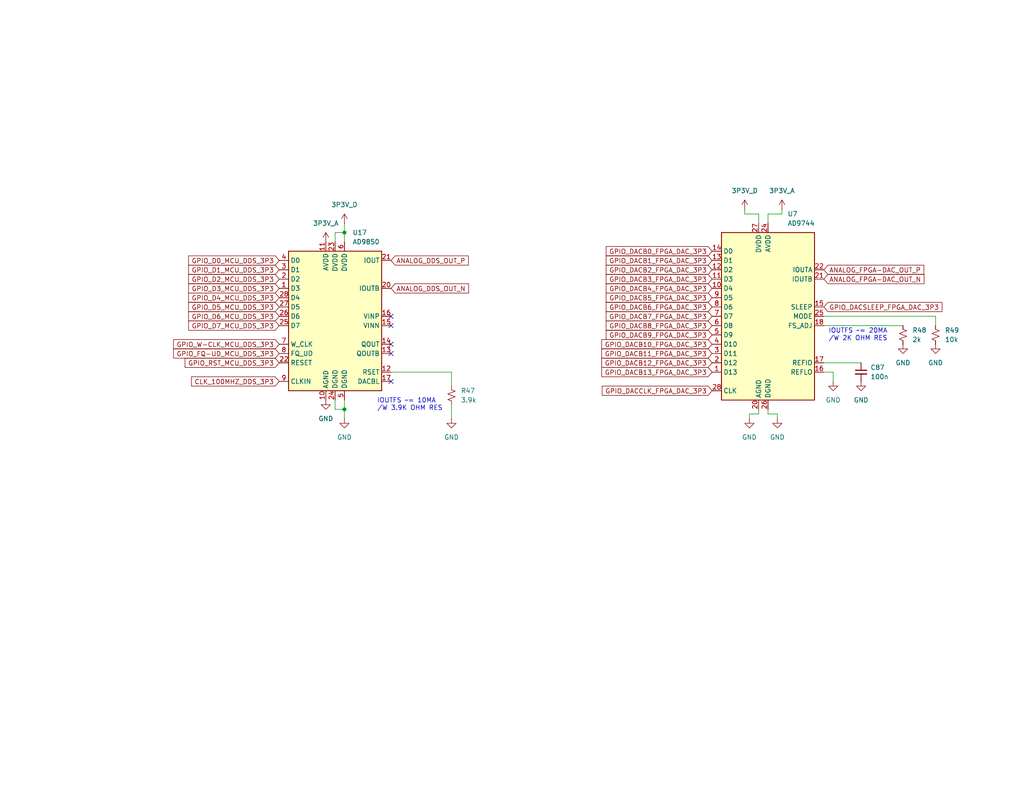
<source format=kicad_sch>
(kicad_sch (version 20231120) (generator "eeschema") (generator_version "8.0")
  (paper "A")
  (title_block (title "ARBITRARY WAVEFORM GENERATOR") (date "2024-09-11") (rev "0.0.1") (company "Tomasz Brzyzek"))
  (lib_symbols
    (symbol "BRZK_DAC:AD9744"
      (property "Reference" "U" (at -10.16 -24.13 0))
      (property "Value" "AD9744" (at 7.62 24.13 0))
      (symbol "AD9744_0_1"
        (rectangle (start 12.7 22.86) (end -12.7 -22.86) (stroke (width 0.254)) (fill (type background)))
      )
      (symbol "AD9744_1_1"
        (pin input line (at -15.24 -15.24 0) (length 2.54) (name "D13") (number "1"))
        (pin input line (at -15.24 7.62 0) (length 2.54) (name "D4") (number "10"))
        (pin input line (at -15.24 10.16 0) (length 2.54) (name "D3") (number "11"))
        (pin input line (at -15.24 12.7 0) (length 2.54) (name "D2") (number "12"))
        (pin input line (at -15.24 15.24 0) (length 2.54) (name "D1") (number "13"))
        (pin input line (at -15.24 17.78 0) (length 2.54) (name "D0") (number "14"))
        (pin input line (at 15.24 2.54 180) (length 2.54) (name "SLEEP") (number "15"))
        (pin input line (at 15.24 -15.24 180) (length 2.54) (name "REFLO") (number "16"))
        (pin input line (at 15.24 -12.7 180) (length 2.54) (name "REFIO") (number "17"))
        (pin input line (at 15.24 -2.54 180) (length 2.54) (name "FS_ADJ") (number "18"))
        (pin input line (at -15.24 -12.7 0) (length 2.54) (name "D12") (number "2"))
        (pin power_in line (at -2.54 -25.4 90) (length 2.54) (name "AGND") (number "20"))
        (pin output line (at 15.24 10.16 180) (length 2.54) (name "IOUTB") (number "21"))
        (pin output line (at 15.24 12.7 180) (length 2.54) (name "IOUTA") (number "22"))
        (pin power_in line (at 0 25.4 270) (length 2.54) (name "AVDD") (number "24"))
        (pin input line (at 15.24 0 180) (length 2.54) (name "MODE") (number "25"))
        (pin power_in line (at 0 -25.4 90) (length 2.54) (name "DGND") (number "26"))
        (pin power_in line (at -2.54 25.4 270) (length 2.54) (name "DVDD") (number "27"))
        (pin input line (at -15.24 -20.32 0) (length 2.54) (name "CLK") (number "28"))
        (pin input line (at -15.24 -10.16 0) (length 2.54) (name "D11") (number "3"))
        (pin input line (at -15.24 -7.62 0) (length 2.54) (name "D10") (number "4"))
        (pin input line (at -15.24 -5.08 0) (length 2.54) (name "D9") (number "5"))
        (pin input line (at -15.24 -2.54 0) (length 2.54) (name "D8") (number "6"))
        (pin input line (at -15.24 0 0) (length 2.54) (name "D7") (number "7"))
        (pin input line (at -15.24 2.54 0) (length 2.54) (name "D6") (number "8"))
        (pin input line (at -15.24 5.08 0) (length 2.54) (name "D5") (number "9"))
      )
    )
    (symbol "Device:C_Small" (pin_numbers hide) (pin_names (offset 0.254) hide)
      (property "Reference" "C" (at 0.254 1.778 0))
      (property "Value" "C_Small" (at 0.254 -2.032 0))
      (symbol "C_Small_0_1"
        (polyline (pts (xy -1.524 -0.508) (xy 1.524 -0.508)) (stroke (width 0.3302)))
        (polyline (pts (xy -1.524 0.508) (xy 1.524 0.508)) (stroke (width 0.3048)))
      )
      (symbol "C_Small_1_1"
        (pin passive line (at 0 2.54 270) (length 2.032) (name "~") (number "1"))
        (pin passive line (at 0 -2.54 90) (length 2.032) (name "~") (number "2"))
      )
    )
    (symbol "Device:R_Small_US" (pin_numbers hide) (pin_names (offset 0.254) hide)
      (property "Reference" "R" (at 0.762 0.508 0))
      (property "Value" "R_Small_US" (at 0.762 -1.016 0))
      (symbol "R_Small_US_1_1"
        (polyline (pts (xy 0 0) (xy 1.016 -0.381) (xy 0 -0.762) (xy -1.016 -1.143) (xy 0 -1.524)))
        (polyline (pts (xy 0 1.524) (xy 1.016 1.143) (xy 0 0.762) (xy -1.016 0.381) (xy 0 0)))
        (pin passive line (at 0 2.54 270) (length 1.016) (name "~") (number "1"))
        (pin passive line (at 0 -2.54 90) (length 1.016) (name "~") (number "2"))
      )
    )
    (symbol "Interface:AD9850"
      (property "Reference" "U" (at -12.7 19.05 0))
      (property "Value" "AD9850" (at 12.7 19.05 0))
      (symbol "AD9850_0_1"
        (rectangle (start -12.7 17.78) (end 12.7 -20.32) (stroke (width 0.254)) (fill (type background)))
      )
      (symbol "AD9850_1_1"
        (pin input line (at -15.24 7.62 0) (length 2.54) (name "D3") (number "1"))
        (pin power_in line (at -2.54 -22.86 90) (length 2.54) (name "AGND") (number "10"))
        (pin power_in line (at -2.54 20.32 270) (length 2.54) (name "AVDD") (number "11"))
        (pin passive line (at 15.24 -15.24 180) (length 2.54) (name "RSET") (number "12"))
        (pin output line (at 15.24 -10.16 180) (length 2.54) (name "QOUTB") (number "13"))
        (pin output line (at 15.24 -7.62 180) (length 2.54) (name "QOUT") (number "14"))
        (pin input line (at 15.24 -2.54 180) (length 2.54) (name "VINN") (number "15"))
        (pin input line (at 15.24 0 180) (length 2.54) (name "VINP") (number "16"))
        (pin passive line (at 15.24 -17.78 180) (length 2.54) (name "DACBL") (number "17"))
        (pin passive line (at -2.54 20.32 270) (length 2.54) hide (name "AVDD") (number "18"))
        (pin passive line (at -2.54 -22.86 90) (length 2.54) hide (name "AGND") (number "19"))
        (pin input line (at -15.24 10.16 0) (length 2.54) (name "D2") (number "2"))
        (pin output line (at 15.24 7.62 180) (length 2.54) (name "IOUTB") (number "20"))
        (pin output line (at 15.24 15.24 180) (length 2.54) (name "IOUT") (number "21"))
        (pin input line (at -15.24 -12.7 0) (length 2.54) (name "RESET") (number "22"))
        (pin power_in line (at 0 20.32 270) (length 2.54) (name "DVDD") (number "23"))
        (pin power_in line (at 0 -22.86 90) (length 2.54) (name "DGND") (number "24"))
        (pin input line (at -15.24 -2.54 0) (length 2.54) (name "D7") (number "25"))
        (pin input line (at -15.24 0 0) (length 2.54) (name "D6") (number "26"))
        (pin input line (at -15.24 2.54 0) (length 2.54) (name "D5") (number "27"))
        (pin input line (at -15.24 5.08 0) (length 2.54) (name "D4") (number "28"))
        (pin input line (at -15.24 12.7 0) (length 2.54) (name "D1") (number "3"))
        (pin input line (at -15.24 15.24 0) (length 2.54) (name "D0") (number "4"))
        (pin power_in line (at 2.54 -22.86 90) (length 2.54) (name "DGND") (number "5"))
        (pin power_in line (at 2.54 20.32 270) (length 2.54) (name "DVDD") (number "6"))
        (pin input line (at -15.24 -7.62 0) (length 2.54) (name "W_CLK") (number "7"))
        (pin input line (at -15.24 -10.16 0) (length 2.54) (name "FQ_UD") (number "8"))
        (pin input line (at -15.24 -17.78 0) (length 2.54) (name "CLKIN") (number "9"))
      )
    )
    (symbol "power:+3V3" (power) (pin_numbers hide) (pin_names (offset 0) hide)
      (property "Value" "+3V3" (at 0 3.556 0))
      (symbol "+3V3_0_1"
        (polyline (pts (xy -0.762 1.27) (xy 0 2.54)))
        (polyline (pts (xy 0 0) (xy 0 2.54)))
        (polyline (pts (xy 0 2.54) (xy 0.762 1.27)))
      )
      (symbol "+3V3_1_1"
        (pin power_in line (at 0 0 90) (length 0) (name "~") (number "1"))
      )
    )
    (symbol "power:GND" (power) (pin_numbers hide) (pin_names (offset 0) hide)
      (property "Value" "GND" (at 0 -3.81 0))
      (symbol "GND_0_1"
        (polyline (pts (xy 0 0) (xy 0 -1.27) (xy 1.27 -1.27) (xy 0 -2.54) (xy -1.27 -1.27) (xy 0 -1.27)))
      )
      (symbol "GND_1_1"
        (pin power_in line (at 0 0 270) (length 0) (name "~") (number "1"))
      )
    )
  )
  (junction (at 93.98 111.76))
  (junction (at 93.98 63.5))
  (no_connect (at 106.68 93.98))
  (no_connect (at 106.68 96.52))
  (no_connect (at 106.68 88.9))
  (no_connect (at 106.68 104.14))
  (no_connect (at 106.68 86.36))
  (wire (pts (xy 93.98 63.5) (xy 93.98 66.04)))
  (wire (pts (xy 91.44 111.76) (xy 93.98 111.76)))
  (wire (pts (xy 209.55 111.76) (xy 209.55 113.03)))
  (wire (pts (xy 255.27 88.9) (xy 255.27 86.36)))
  (wire (pts (xy 213.36 58.42) (xy 213.36 57.15)))
  (wire (pts (xy 209.55 113.03) (xy 212.09 113.03)))
  (wire (pts (xy 123.19 114.3) (xy 123.19 110.49)))
  (wire (pts (xy 224.79 88.9) (xy 246.38 88.9)))
  (wire (pts (xy 123.19 101.6) (xy 106.68 101.6)))
  (wire (pts (xy 204.47 113.03) (xy 204.47 114.3)))
  (wire (pts (xy 93.98 109.22) (xy 93.98 111.76)))
  (wire (pts (xy 91.44 109.22) (xy 91.44 111.76)))
  (wire (pts (xy 93.98 60.96) (xy 93.98 63.5)))
  (wire (pts (xy 123.19 105.41) (xy 123.19 101.6)))
  (wire (pts (xy 207.01 111.76) (xy 207.01 113.03)))
  (wire (pts (xy 227.33 101.6) (xy 227.33 104.14)))
  (wire (pts (xy 91.44 63.5) (xy 93.98 63.5)))
  (wire (pts (xy 203.2 58.42) (xy 207.01 58.42)))
  (wire (pts (xy 224.79 101.6) (xy 227.33 101.6)))
  (wire (pts (xy 212.09 113.03) (xy 212.09 114.3)))
  (wire (pts (xy 91.44 66.04) (xy 91.44 63.5)))
  (wire (pts (xy 209.55 60.96) (xy 209.55 58.42)))
  (wire (pts (xy 209.55 58.42) (xy 213.36 58.42)))
  (wire (pts (xy 255.27 86.36) (xy 224.79 86.36)))
  (wire (pts (xy 93.98 111.76) (xy 93.98 114.3)))
  (wire (pts (xy 207.01 58.42) (xy 207.01 60.96)))
  (wire (pts (xy 207.01 113.03) (xy 204.47 113.03)))
  (wire (pts (xy 224.79 99.06) (xy 234.95 99.06)))
  (wire (pts (xy 203.2 57.15) (xy 203.2 58.42)))
  (text "IOUTFS ~= 20MA\n/W 2K OHM RES" (at 226.06 91.44 0) (effects (font (size 1.27 1.27)) (justify left)))
  (text "IOUTFS ~= 10MA\n/W 3.9K OHM RES" (at 102.87 110.49 0) (effects (font (size 1.27 1.27)) (justify left)))
  (global_label "GPIO_DACB7_FPGA_DAC_3P3" (shape input) (at 194.31 86.36 180) (property "Intersheetrefs" "${INTERSHEET_REFS}" (effects (hide yes))))
  (global_label "GPIO_D7_MCU_DDS_3P3" (shape input) (at 76.2 88.9 180) (property "Intersheetrefs" "${INTERSHEET_REFS}" (effects (hide yes))))
  (global_label "CLK_100MHZ_DDS_3P3" (shape input) (at 76.2 104.14 180) (property "Intersheetrefs" "${INTERSHEET_REFS}" (effects (hide yes))))
  (global_label "GPIO_D3_MCU_DDS_3P3" (shape input) (at 76.2 78.74 180) (property "Intersheetrefs" "${INTERSHEET_REFS}" (effects (hide yes))))
  (global_label "GPIO_D1_MCU_DDS_3P3" (shape input) (at 76.2 73.66 180) (property "Intersheetrefs" "${INTERSHEET_REFS}" (effects (hide yes))))
  (global_label "GPIO_DACSLEEP_FPGA_DAC_3P3" (shape input) (at 224.79 83.82 0) (property "Intersheetrefs" "${INTERSHEET_REFS}" (effects (hide yes))))
  (global_label "GPIO_D5_MCU_DDS_3P3" (shape input) (at 76.2 83.82 180) (property "Intersheetrefs" "${INTERSHEET_REFS}" (effects (hide yes))))
  (global_label "GPIO_DACB5_FPGA_DAC_3P3" (shape input) (at 194.31 81.28 180) (property "Intersheetrefs" "${INTERSHEET_REFS}" (effects (hide yes))))
  (global_label "GPIO_D4_MCU_DDS_3P3" (shape input) (at 76.2 81.28 180) (property "Intersheetrefs" "${INTERSHEET_REFS}" (effects (hide yes))))
  (global_label "GPIO_DACB4_FPGA_DAC_3P3" (shape input) (at 194.31 78.74 180) (property "Intersheetrefs" "${INTERSHEET_REFS}" (effects (hide yes))))
  (global_label "GPIO_D2_MCU_DDS_3P3" (shape input) (at 76.2 76.2 180) (property "Intersheetrefs" "${INTERSHEET_REFS}" (effects (hide yes))))
  (global_label "GPIO_DACB13_FPGA_DAC_3P3" (shape input) (at 194.31 101.6 180) (property "Intersheetrefs" "${INTERSHEET_REFS}" (effects (hide yes))))
  (global_label "ANALOG_FPGA-DAC_OUT_N" (shape input) (at 224.79 76.2 0) (property "Intersheetrefs" "${INTERSHEET_REFS}" (effects (hide yes))))
  (global_label "GPIO_DACB11_FPGA_DAC_3P3" (shape input) (at 194.31 96.52 180) (property "Intersheetrefs" "${INTERSHEET_REFS}" (effects (hide yes))))
  (global_label "GPIO_DACB10_FPGA_DAC_3P3" (shape input) (at 194.31 93.98 180) (property "Intersheetrefs" "${INTERSHEET_REFS}" (effects (hide yes))))
  (global_label "GPIO_DACB1_FPGA_DAC_3P3" (shape input) (at 194.31 71.12 180) (property "Intersheetrefs" "${INTERSHEET_REFS}" (effects (hide yes))))
  (global_label "GPIO_DACB2_FPGA_DAC_3P3" (shape input) (at 194.31 73.66 180) (property "Intersheetrefs" "${INTERSHEET_REFS}" (effects (hide yes))))
  (global_label "ANALOG_DDS_OUT_N" (shape input) (at 106.68 78.74 0) (property "Intersheetrefs" "${INTERSHEET_REFS}" (effects (hide yes))))
  (global_label "GPIO_RST_MCU_DDS_3P3" (shape input) (at 76.2 99.06 180) (property "Intersheetrefs" "${INTERSHEET_REFS}" (effects (hide yes))))
  (global_label "ANALOG_FPGA-DAC_OUT_P" (shape input) (at 224.79 73.66 0) (property "Intersheetrefs" "${INTERSHEET_REFS}" (effects (hide yes))))
  (global_label "GPIO_DACCLK_FPGA_DAC_3P3" (shape input) (at 194.31 106.68 180) (property "Intersheetrefs" "${INTERSHEET_REFS}" (effects (hide yes))))
  (global_label "GPIO_DACB0_FPGA_DAC_3P3" (shape input) (at 194.31 68.58 180) (property "Intersheetrefs" "${INTERSHEET_REFS}" (effects (hide yes))))
  (global_label "GPIO_DACB12_FPGA_DAC_3P3" (shape input) (at 194.31 99.06 180) (property "Intersheetrefs" "${INTERSHEET_REFS}" (effects (hide yes))))
  (global_label "GPIO_FQ-UD_MCU_DDS_3P3" (shape input) (at 76.2 96.52 180) (property "Intersheetrefs" "${INTERSHEET_REFS}" (effects (hide yes))))
  (global_label "GPIO_DACB3_FPGA_DAC_3P3" (shape input) (at 194.31 76.2 180) (property "Intersheetrefs" "${INTERSHEET_REFS}" (effects (hide yes))))
  (global_label "GPIO_DACB6_FPGA_DAC_3P3" (shape input) (at 194.31 83.82 180) (property "Intersheetrefs" "${INTERSHEET_REFS}" (effects (hide yes))))
  (global_label "ANALOG_DDS_OUT_P" (shape input) (at 106.68 71.12 0) (property "Intersheetrefs" "${INTERSHEET_REFS}" (effects (hide yes))))
  (global_label "GPIO_DACB9_FPGA_DAC_3P3" (shape input) (at 194.31 91.44 180) (property "Intersheetrefs" "${INTERSHEET_REFS}" (effects (hide yes))))
  (global_label "GPIO_DACB8_FPGA_DAC_3P3" (shape input) (at 194.31 88.9 180) (property "Intersheetrefs" "${INTERSHEET_REFS}" (effects (hide yes))))
  (global_label "GPIO_W-CLK_MCU_DDS_3P3" (shape input) (at 76.2 93.98 180) (property "Intersheetrefs" "${INTERSHEET_REFS}" (effects (hide yes))))
  (global_label "GPIO_D0_MCU_DDS_3P3" (shape input) (at 76.2 71.12 180) (property "Intersheetrefs" "${INTERSHEET_REFS}" (effects (hide yes))))
  (global_label "GPIO_D6_MCU_DDS_3P3" (shape input) (at 76.2 86.36 180) (property "Intersheetrefs" "${INTERSHEET_REFS}" (effects (hide yes))))
  (symbol (lib_id "power:GND") (at 204.47 114.3 0) (unit 1)
    (property "Reference" "#PWR097" (effects (hide yes)))
    (property "Value" "GND" (at 204.47 119.38 0))
    (property "Description" "Power symbol creates a global label with name \"GND\" , ground" (effects (hide yes)))
  )
  (symbol (lib_id "power:GND") (at 234.95 104.14 0) (unit 1)
    (property "Reference" "#PWR0100" (effects (hide yes)))
    (property "Value" "GND" (at 234.95 109.22 0))
    (property "Description" "Power symbol creates a global label with name \"GND\" , ground" (effects (hide yes)))
  )
  (symbol (lib_id "power:GND") (at 212.09 114.3 0) (unit 1)
    (property "Reference" "#PWR098" (effects (hide yes)))
    (property "Value" "GND" (at 212.09 119.38 0))
    (property "Description" "Power symbol creates a global label with name \"GND\" , ground" (effects (hide yes)))
  )
  (symbol (lib_id "Interface:AD9850") (at 91.44 86.36 0) (unit 1)
    (property "Reference" "U17" (at 96.1741 63.5 0) (effects (justify left)))
    (property "Value" "AD9850" (at 96.1741 66.04 0) (effects (justify left)))
    (property "Footprint" "Package_SO:SSOP-28_5.3x10.2mm_P0.65mm" (effects (hide yes)))
    (property "Datasheet" "https://www.analog.com/media/en/technical-documentation/data-sheets/AD9850.pdf" (effects (hide yes)))
    (property "Description" "CMOS, 125 MHz, Complete DDS Synthesizer, SSOP-28" (effects (hide yes)))
  )
  (symbol (lib_id "power:+3V3") (at 93.98 60.96 0) (unit 1)
    (property "Reference" "#PWR0156" (effects (hide yes)))
    (property "Value" "3P3V_D" (at 93.98 55.88 0))
    (property "Description" "Power symbol creates a global label with name \"+3V3\"" (effects (hide yes)))
  )
  (symbol (lib_id "power:GND") (at 123.19 114.3 0) (unit 1)
    (property "Reference" "#PWR0158" (effects (hide yes)))
    (property "Value" "GND" (at 123.19 119.38 0))
    (property "Description" "Power symbol creates a global label with name \"GND\" , ground" (effects (hide yes)))
  )
  (symbol (lib_id "Device:R_Small_US") (at 123.19 107.95 0) (unit 1)
    (property "Reference" "R47" (at 125.73 106.6799 0) (effects (justify left)))
    (property "Value" "3.9k" (at 125.73 109.2199 0) (effects (justify left)))
    (property "Footprint" "Resistor_SMD:R_0603_1608Metric" (effects (hide yes)))
    (property "Description" "Resistor, small US symbol" (effects (hide yes)))
    (property "PN" "tbd" (effects (hide yes)))
  )
  (symbol (lib_id "Device:R_Small_US") (at 255.27 91.44 0) (unit 1)
    (property "Reference" "R49" (at 257.81 90.1699 0) (effects (justify left)))
    (property "Value" "10k" (at 257.81 92.7099 0) (effects (justify left)))
    (property "Footprint" "Resistor_SMD:R_0603_1608Metric" (effects (hide yes)))
    (property "Description" "Resistor, small US symbol" (effects (hide yes)))
    (property "PN" "CR-03FC7---10K" (effects (hide yes)))
  )
  (symbol (lib_id "power:+3V3") (at 213.36 57.15 0) (unit 1)
    (property "Reference" "#PWR096" (effects (hide yes)))
    (property "Value" "3P3V_A" (at 213.36 52.07 0))
    (property "Description" "Power symbol creates a global label with name \"+3V3\"" (effects (hide yes)))
  )
  (symbol (lib_id "power:GND") (at 93.98 114.3 0) (unit 1)
    (property "Reference" "#PWR0159" (effects (hide yes)))
    (property "Value" "GND" (at 93.98 119.38 0))
    (property "Description" "Power symbol creates a global label with name \"GND\" , ground" (effects (hide yes)))
  )
  (symbol (lib_id "power:GND") (at 255.27 93.98 0) (unit 1)
    (property "Reference" "#PWR099" (effects (hide yes)))
    (property "Value" "GND" (at 255.27 99.06 0))
    (property "Description" "Power symbol creates a global label with name \"GND\" , ground" (effects (hide yes)))
  )
  (symbol (lib_id "Device:R_Small_US") (at 246.38 91.44 0) (unit 1)
    (property "Reference" "R48" (at 248.92 90.1699 0) (effects (justify left)))
    (property "Value" "2k" (at 248.92 92.7099 0) (effects (justify left)))
    (property "Footprint" "Resistor_SMD:R_0603_1608Metric" (effects (hide yes)))
    (property "Description" "Resistor, small US symbol" (effects (hide yes)))
    (property "PN" "tbd" (effects (hide yes)))
  )
  (symbol (lib_id "power:+3V3") (at 88.9 66.04 0) (unit 1)
    (property "Reference" "#PWR0157" (effects (hide yes)))
    (property "Value" "3P3V_A" (at 88.9 60.96 0))
    (property "Description" "Power symbol creates a global label with name \"+3V3\"" (effects (hide yes)))
  )
  (symbol (lib_id "power:+3V3") (at 203.2 57.15 0) (unit 1)
    (property "Reference" "#PWR093" (effects (hide yes)))
    (property "Value" "3P3V_D" (at 203.2 52.07 0))
    (property "Description" "Power symbol creates a global label with name \"+3V3\"" (effects (hide yes)))
  )
  (symbol (lib_id "power:GND") (at 246.38 93.98 0) (unit 1)
    (property "Reference" "#PWR0102" (effects (hide yes)))
    (property "Value" "GND" (at 246.38 99.06 0))
    (property "Description" "Power symbol creates a global label with name \"GND\" , ground" (effects (hide yes)))
  )
  (symbol (lib_id "power:GND") (at 88.9 109.22 0) (unit 1)
    (property "Reference" "#PWR0160" (effects (hide yes)))
    (property "Value" "GND" (at 88.9 114.3 0))
    (property "Description" "Power symbol creates a global label with name \"GND\" , ground" (effects (hide yes)))
  )
  (symbol (lib_id "power:GND") (at 227.33 104.14 0) (unit 1)
    (property "Reference" "#PWR0101" (effects (hide yes)))
    (property "Value" "GND" (at 227.33 109.22 0))
    (property "Description" "Power symbol creates a global label with name \"GND\" , ground" (effects (hide yes)))
  )
  (symbol (lib_id "Device:C_Small") (at 234.95 101.6 0) (unit 1)
    (property "Reference" "C87" (at 237.49 100.3363 0) (effects (justify left)))
    (property "Value" "100n" (at 237.49 102.8763 0) (effects (justify left)))
    (property "Footprint" "Capacitor_SMD:C_0603_1608Metric" (effects (hide yes)))
    (property "Description" "Unpolarized capacitor, small symbol" (effects (hide yes)))
    (property "PN" "CL10B104JB8NNNC" (effects (hide yes)))
  )
  (symbol (lib_id "BRZK_DAC:AD9744") (at 209.55 86.36 0) (unit 1)
    (property "Reference" "U7" (at 214.884 58.42 0) (effects (justify left)))
    (property "Value" "AD9744" (at 214.884 60.96 0) (effects (justify left)))
    (property "Footprint" "Package_SO:TSSOP-28_4.4x9.7mm_P0.65mm" (effects (hide yes)))
    (property "Datasheet" "https://www.analog.com/media/en/technical-documentation/data-sheets/AD9744.pdf" (effects (hide yes)))
    (property "Description" "210MSPS 14bit DAC, TSSOP-28" (effects (hide yes)))
    (property "Part Number" "AD9744ARUZRL7" (effects (hide yes)))
  )
)
</source>
